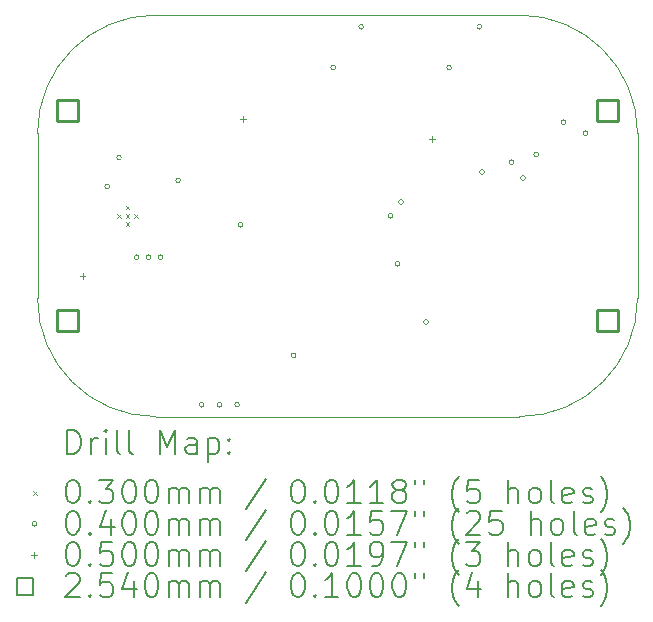
<source format=gbr>
%TF.GenerationSoftware,KiCad,Pcbnew,6.0.9*%
%TF.CreationDate,2022-11-20T22:10:25-05:00*%
%TF.ProjectId,biym-board,6269796d-2d62-46f6-9172-642e6b696361,1.2*%
%TF.SameCoordinates,Original*%
%TF.FileFunction,Drillmap*%
%TF.FilePolarity,Positive*%
%FSLAX45Y45*%
G04 Gerber Fmt 4.5, Leading zero omitted, Abs format (unit mm)*
G04 Created by KiCad (PCBNEW 6.0.9) date 2022-11-20 22:10:25*
%MOMM*%
%LPD*%
G01*
G04 APERTURE LIST*
%ADD10C,0.100000*%
%ADD11C,0.200000*%
%ADD12C,0.030000*%
%ADD13C,0.040000*%
%ADD14C,0.050000*%
%ADD15C,0.254000*%
G04 APERTURE END LIST*
D10*
X12460000Y-11700000D02*
X15540000Y-11700000D01*
X15540000Y-11700000D02*
G75*
G03*
X16540000Y-10700000I0J1000000D01*
G01*
X12460000Y-8300000D02*
X15540000Y-8300000D01*
X11460000Y-10700000D02*
G75*
G03*
X12460000Y-11700000I1000000J0D01*
G01*
X16540000Y-9300000D02*
X16540000Y-10700000D01*
X11460000Y-9300000D02*
X11460000Y-10700000D01*
X12460000Y-8300000D02*
G75*
G03*
X11460000Y-9300000I0J-1000000D01*
G01*
X16540000Y-9300000D02*
G75*
G03*
X15540000Y-8300000I-1000000J0D01*
G01*
D11*
D12*
X12137000Y-9985000D02*
X12167000Y-10015000D01*
X12167000Y-9985000D02*
X12137000Y-10015000D01*
X12207000Y-9915000D02*
X12237000Y-9945000D01*
X12237000Y-9915000D02*
X12207000Y-9945000D01*
X12207000Y-9985000D02*
X12237000Y-10015000D01*
X12237000Y-9985000D02*
X12207000Y-10015000D01*
X12207000Y-10055000D02*
X12237000Y-10085000D01*
X12237000Y-10055000D02*
X12207000Y-10085000D01*
X12277000Y-9985000D02*
X12307000Y-10015000D01*
X12307000Y-9985000D02*
X12277000Y-10015000D01*
D13*
X12070000Y-9750000D02*
G75*
G03*
X12070000Y-9750000I-20000J0D01*
G01*
X12170000Y-9507450D02*
G75*
G03*
X12170000Y-9507450I-20000J0D01*
G01*
X12320000Y-10350000D02*
G75*
G03*
X12320000Y-10350000I-20000J0D01*
G01*
X12420000Y-10350000D02*
G75*
G03*
X12420000Y-10350000I-20000J0D01*
G01*
X12520000Y-10350000D02*
G75*
G03*
X12520000Y-10350000I-20000J0D01*
G01*
X12670000Y-9700000D02*
G75*
G03*
X12670000Y-9700000I-20000J0D01*
G01*
X12870000Y-11600000D02*
G75*
G03*
X12870000Y-11600000I-20000J0D01*
G01*
X13020000Y-11600000D02*
G75*
G03*
X13020000Y-11600000I-20000J0D01*
G01*
X13170000Y-11600000D02*
G75*
G03*
X13170000Y-11600000I-20000J0D01*
G01*
X13197860Y-10077000D02*
G75*
G03*
X13197860Y-10077000I-20000J0D01*
G01*
X13647830Y-11181850D02*
G75*
G03*
X13647830Y-11181850I-20000J0D01*
G01*
X13983550Y-8745020D02*
G75*
G03*
X13983550Y-8745020I-20000J0D01*
G01*
X14220000Y-8400000D02*
G75*
G03*
X14220000Y-8400000I-20000J0D01*
G01*
X14470000Y-10000000D02*
G75*
G03*
X14470000Y-10000000I-20000J0D01*
G01*
X14528180Y-10407580D02*
G75*
G03*
X14528180Y-10407580I-20000J0D01*
G01*
X14557630Y-9883160D02*
G75*
G03*
X14557630Y-9883160I-20000J0D01*
G01*
X14770000Y-10900000D02*
G75*
G03*
X14770000Y-10900000I-20000J0D01*
G01*
X14964640Y-8745360D02*
G75*
G03*
X14964640Y-8745360I-20000J0D01*
G01*
X15220000Y-8400000D02*
G75*
G03*
X15220000Y-8400000I-20000J0D01*
G01*
X15244360Y-9628750D02*
G75*
G03*
X15244360Y-9628750I-20000J0D01*
G01*
X15493660Y-9545860D02*
G75*
G03*
X15493660Y-9545860I-20000J0D01*
G01*
X15589350Y-9680000D02*
G75*
G03*
X15589350Y-9680000I-20000J0D01*
G01*
X15702870Y-9482860D02*
G75*
G03*
X15702870Y-9482860I-20000J0D01*
G01*
X15933470Y-9208500D02*
G75*
G03*
X15933470Y-9208500I-20000J0D01*
G01*
X16120000Y-9300000D02*
G75*
G03*
X16120000Y-9300000I-20000J0D01*
G01*
D14*
X11841000Y-10483000D02*
X11841000Y-10533000D01*
X11816000Y-10508000D02*
X11866000Y-10508000D01*
X13200000Y-9157550D02*
X13200000Y-9207550D01*
X13175000Y-9182550D02*
X13225000Y-9182550D01*
X14800000Y-9325000D02*
X14800000Y-9375000D01*
X14775000Y-9350000D02*
X14825000Y-9350000D01*
D15*
X11803803Y-9200803D02*
X11803803Y-9021197D01*
X11624197Y-9021197D01*
X11624197Y-9200803D01*
X11803803Y-9200803D01*
X11803803Y-10978803D02*
X11803803Y-10799197D01*
X11624197Y-10799197D01*
X11624197Y-10978803D01*
X11803803Y-10978803D01*
X16375803Y-9200803D02*
X16375803Y-9021197D01*
X16196197Y-9021197D01*
X16196197Y-9200803D01*
X16375803Y-9200803D01*
X16375803Y-10978803D02*
X16375803Y-10799197D01*
X16196197Y-10799197D01*
X16196197Y-10978803D01*
X16375803Y-10978803D01*
D11*
X11712619Y-12015476D02*
X11712619Y-11815476D01*
X11760238Y-11815476D01*
X11788809Y-11825000D01*
X11807857Y-11844048D01*
X11817381Y-11863095D01*
X11826905Y-11901190D01*
X11826905Y-11929762D01*
X11817381Y-11967857D01*
X11807857Y-11986905D01*
X11788809Y-12005952D01*
X11760238Y-12015476D01*
X11712619Y-12015476D01*
X11912619Y-12015476D02*
X11912619Y-11882143D01*
X11912619Y-11920238D02*
X11922143Y-11901190D01*
X11931667Y-11891667D01*
X11950714Y-11882143D01*
X11969762Y-11882143D01*
X12036428Y-12015476D02*
X12036428Y-11882143D01*
X12036428Y-11815476D02*
X12026905Y-11825000D01*
X12036428Y-11834524D01*
X12045952Y-11825000D01*
X12036428Y-11815476D01*
X12036428Y-11834524D01*
X12160238Y-12015476D02*
X12141190Y-12005952D01*
X12131667Y-11986905D01*
X12131667Y-11815476D01*
X12265000Y-12015476D02*
X12245952Y-12005952D01*
X12236428Y-11986905D01*
X12236428Y-11815476D01*
X12493571Y-12015476D02*
X12493571Y-11815476D01*
X12560238Y-11958333D01*
X12626905Y-11815476D01*
X12626905Y-12015476D01*
X12807857Y-12015476D02*
X12807857Y-11910714D01*
X12798333Y-11891667D01*
X12779286Y-11882143D01*
X12741190Y-11882143D01*
X12722143Y-11891667D01*
X12807857Y-12005952D02*
X12788809Y-12015476D01*
X12741190Y-12015476D01*
X12722143Y-12005952D01*
X12712619Y-11986905D01*
X12712619Y-11967857D01*
X12722143Y-11948809D01*
X12741190Y-11939286D01*
X12788809Y-11939286D01*
X12807857Y-11929762D01*
X12903095Y-11882143D02*
X12903095Y-12082143D01*
X12903095Y-11891667D02*
X12922143Y-11882143D01*
X12960238Y-11882143D01*
X12979286Y-11891667D01*
X12988809Y-11901190D01*
X12998333Y-11920238D01*
X12998333Y-11977381D01*
X12988809Y-11996428D01*
X12979286Y-12005952D01*
X12960238Y-12015476D01*
X12922143Y-12015476D01*
X12903095Y-12005952D01*
X13084048Y-11996428D02*
X13093571Y-12005952D01*
X13084048Y-12015476D01*
X13074524Y-12005952D01*
X13084048Y-11996428D01*
X13084048Y-12015476D01*
X13084048Y-11891667D02*
X13093571Y-11901190D01*
X13084048Y-11910714D01*
X13074524Y-11901190D01*
X13084048Y-11891667D01*
X13084048Y-11910714D01*
D12*
X11425000Y-12330000D02*
X11455000Y-12360000D01*
X11455000Y-12330000D02*
X11425000Y-12360000D01*
D11*
X11750714Y-12235476D02*
X11769762Y-12235476D01*
X11788809Y-12245000D01*
X11798333Y-12254524D01*
X11807857Y-12273571D01*
X11817381Y-12311667D01*
X11817381Y-12359286D01*
X11807857Y-12397381D01*
X11798333Y-12416428D01*
X11788809Y-12425952D01*
X11769762Y-12435476D01*
X11750714Y-12435476D01*
X11731667Y-12425952D01*
X11722143Y-12416428D01*
X11712619Y-12397381D01*
X11703095Y-12359286D01*
X11703095Y-12311667D01*
X11712619Y-12273571D01*
X11722143Y-12254524D01*
X11731667Y-12245000D01*
X11750714Y-12235476D01*
X11903095Y-12416428D02*
X11912619Y-12425952D01*
X11903095Y-12435476D01*
X11893571Y-12425952D01*
X11903095Y-12416428D01*
X11903095Y-12435476D01*
X11979286Y-12235476D02*
X12103095Y-12235476D01*
X12036428Y-12311667D01*
X12065000Y-12311667D01*
X12084048Y-12321190D01*
X12093571Y-12330714D01*
X12103095Y-12349762D01*
X12103095Y-12397381D01*
X12093571Y-12416428D01*
X12084048Y-12425952D01*
X12065000Y-12435476D01*
X12007857Y-12435476D01*
X11988809Y-12425952D01*
X11979286Y-12416428D01*
X12226905Y-12235476D02*
X12245952Y-12235476D01*
X12265000Y-12245000D01*
X12274524Y-12254524D01*
X12284048Y-12273571D01*
X12293571Y-12311667D01*
X12293571Y-12359286D01*
X12284048Y-12397381D01*
X12274524Y-12416428D01*
X12265000Y-12425952D01*
X12245952Y-12435476D01*
X12226905Y-12435476D01*
X12207857Y-12425952D01*
X12198333Y-12416428D01*
X12188809Y-12397381D01*
X12179286Y-12359286D01*
X12179286Y-12311667D01*
X12188809Y-12273571D01*
X12198333Y-12254524D01*
X12207857Y-12245000D01*
X12226905Y-12235476D01*
X12417381Y-12235476D02*
X12436428Y-12235476D01*
X12455476Y-12245000D01*
X12465000Y-12254524D01*
X12474524Y-12273571D01*
X12484048Y-12311667D01*
X12484048Y-12359286D01*
X12474524Y-12397381D01*
X12465000Y-12416428D01*
X12455476Y-12425952D01*
X12436428Y-12435476D01*
X12417381Y-12435476D01*
X12398333Y-12425952D01*
X12388809Y-12416428D01*
X12379286Y-12397381D01*
X12369762Y-12359286D01*
X12369762Y-12311667D01*
X12379286Y-12273571D01*
X12388809Y-12254524D01*
X12398333Y-12245000D01*
X12417381Y-12235476D01*
X12569762Y-12435476D02*
X12569762Y-12302143D01*
X12569762Y-12321190D02*
X12579286Y-12311667D01*
X12598333Y-12302143D01*
X12626905Y-12302143D01*
X12645952Y-12311667D01*
X12655476Y-12330714D01*
X12655476Y-12435476D01*
X12655476Y-12330714D02*
X12665000Y-12311667D01*
X12684048Y-12302143D01*
X12712619Y-12302143D01*
X12731667Y-12311667D01*
X12741190Y-12330714D01*
X12741190Y-12435476D01*
X12836428Y-12435476D02*
X12836428Y-12302143D01*
X12836428Y-12321190D02*
X12845952Y-12311667D01*
X12865000Y-12302143D01*
X12893571Y-12302143D01*
X12912619Y-12311667D01*
X12922143Y-12330714D01*
X12922143Y-12435476D01*
X12922143Y-12330714D02*
X12931667Y-12311667D01*
X12950714Y-12302143D01*
X12979286Y-12302143D01*
X12998333Y-12311667D01*
X13007857Y-12330714D01*
X13007857Y-12435476D01*
X13398333Y-12225952D02*
X13226905Y-12483095D01*
X13655476Y-12235476D02*
X13674524Y-12235476D01*
X13693571Y-12245000D01*
X13703095Y-12254524D01*
X13712619Y-12273571D01*
X13722143Y-12311667D01*
X13722143Y-12359286D01*
X13712619Y-12397381D01*
X13703095Y-12416428D01*
X13693571Y-12425952D01*
X13674524Y-12435476D01*
X13655476Y-12435476D01*
X13636428Y-12425952D01*
X13626905Y-12416428D01*
X13617381Y-12397381D01*
X13607857Y-12359286D01*
X13607857Y-12311667D01*
X13617381Y-12273571D01*
X13626905Y-12254524D01*
X13636428Y-12245000D01*
X13655476Y-12235476D01*
X13807857Y-12416428D02*
X13817381Y-12425952D01*
X13807857Y-12435476D01*
X13798333Y-12425952D01*
X13807857Y-12416428D01*
X13807857Y-12435476D01*
X13941190Y-12235476D02*
X13960238Y-12235476D01*
X13979286Y-12245000D01*
X13988809Y-12254524D01*
X13998333Y-12273571D01*
X14007857Y-12311667D01*
X14007857Y-12359286D01*
X13998333Y-12397381D01*
X13988809Y-12416428D01*
X13979286Y-12425952D01*
X13960238Y-12435476D01*
X13941190Y-12435476D01*
X13922143Y-12425952D01*
X13912619Y-12416428D01*
X13903095Y-12397381D01*
X13893571Y-12359286D01*
X13893571Y-12311667D01*
X13903095Y-12273571D01*
X13912619Y-12254524D01*
X13922143Y-12245000D01*
X13941190Y-12235476D01*
X14198333Y-12435476D02*
X14084048Y-12435476D01*
X14141190Y-12435476D02*
X14141190Y-12235476D01*
X14122143Y-12264048D01*
X14103095Y-12283095D01*
X14084048Y-12292619D01*
X14388809Y-12435476D02*
X14274524Y-12435476D01*
X14331667Y-12435476D02*
X14331667Y-12235476D01*
X14312619Y-12264048D01*
X14293571Y-12283095D01*
X14274524Y-12292619D01*
X14503095Y-12321190D02*
X14484048Y-12311667D01*
X14474524Y-12302143D01*
X14465000Y-12283095D01*
X14465000Y-12273571D01*
X14474524Y-12254524D01*
X14484048Y-12245000D01*
X14503095Y-12235476D01*
X14541190Y-12235476D01*
X14560238Y-12245000D01*
X14569762Y-12254524D01*
X14579286Y-12273571D01*
X14579286Y-12283095D01*
X14569762Y-12302143D01*
X14560238Y-12311667D01*
X14541190Y-12321190D01*
X14503095Y-12321190D01*
X14484048Y-12330714D01*
X14474524Y-12340238D01*
X14465000Y-12359286D01*
X14465000Y-12397381D01*
X14474524Y-12416428D01*
X14484048Y-12425952D01*
X14503095Y-12435476D01*
X14541190Y-12435476D01*
X14560238Y-12425952D01*
X14569762Y-12416428D01*
X14579286Y-12397381D01*
X14579286Y-12359286D01*
X14569762Y-12340238D01*
X14560238Y-12330714D01*
X14541190Y-12321190D01*
X14655476Y-12235476D02*
X14655476Y-12273571D01*
X14731667Y-12235476D02*
X14731667Y-12273571D01*
X15026905Y-12511667D02*
X15017381Y-12502143D01*
X14998333Y-12473571D01*
X14988809Y-12454524D01*
X14979286Y-12425952D01*
X14969762Y-12378333D01*
X14969762Y-12340238D01*
X14979286Y-12292619D01*
X14988809Y-12264048D01*
X14998333Y-12245000D01*
X15017381Y-12216428D01*
X15026905Y-12206905D01*
X15198333Y-12235476D02*
X15103095Y-12235476D01*
X15093571Y-12330714D01*
X15103095Y-12321190D01*
X15122143Y-12311667D01*
X15169762Y-12311667D01*
X15188809Y-12321190D01*
X15198333Y-12330714D01*
X15207857Y-12349762D01*
X15207857Y-12397381D01*
X15198333Y-12416428D01*
X15188809Y-12425952D01*
X15169762Y-12435476D01*
X15122143Y-12435476D01*
X15103095Y-12425952D01*
X15093571Y-12416428D01*
X15445952Y-12435476D02*
X15445952Y-12235476D01*
X15531667Y-12435476D02*
X15531667Y-12330714D01*
X15522143Y-12311667D01*
X15503095Y-12302143D01*
X15474524Y-12302143D01*
X15455476Y-12311667D01*
X15445952Y-12321190D01*
X15655476Y-12435476D02*
X15636428Y-12425952D01*
X15626905Y-12416428D01*
X15617381Y-12397381D01*
X15617381Y-12340238D01*
X15626905Y-12321190D01*
X15636428Y-12311667D01*
X15655476Y-12302143D01*
X15684048Y-12302143D01*
X15703095Y-12311667D01*
X15712619Y-12321190D01*
X15722143Y-12340238D01*
X15722143Y-12397381D01*
X15712619Y-12416428D01*
X15703095Y-12425952D01*
X15684048Y-12435476D01*
X15655476Y-12435476D01*
X15836428Y-12435476D02*
X15817381Y-12425952D01*
X15807857Y-12406905D01*
X15807857Y-12235476D01*
X15988809Y-12425952D02*
X15969762Y-12435476D01*
X15931667Y-12435476D01*
X15912619Y-12425952D01*
X15903095Y-12406905D01*
X15903095Y-12330714D01*
X15912619Y-12311667D01*
X15931667Y-12302143D01*
X15969762Y-12302143D01*
X15988809Y-12311667D01*
X15998333Y-12330714D01*
X15998333Y-12349762D01*
X15903095Y-12368809D01*
X16074524Y-12425952D02*
X16093571Y-12435476D01*
X16131667Y-12435476D01*
X16150714Y-12425952D01*
X16160238Y-12406905D01*
X16160238Y-12397381D01*
X16150714Y-12378333D01*
X16131667Y-12368809D01*
X16103095Y-12368809D01*
X16084048Y-12359286D01*
X16074524Y-12340238D01*
X16074524Y-12330714D01*
X16084048Y-12311667D01*
X16103095Y-12302143D01*
X16131667Y-12302143D01*
X16150714Y-12311667D01*
X16226905Y-12511667D02*
X16236428Y-12502143D01*
X16255476Y-12473571D01*
X16265000Y-12454524D01*
X16274524Y-12425952D01*
X16284048Y-12378333D01*
X16284048Y-12340238D01*
X16274524Y-12292619D01*
X16265000Y-12264048D01*
X16255476Y-12245000D01*
X16236428Y-12216428D01*
X16226905Y-12206905D01*
D13*
X11455000Y-12609000D02*
G75*
G03*
X11455000Y-12609000I-20000J0D01*
G01*
D11*
X11750714Y-12499476D02*
X11769762Y-12499476D01*
X11788809Y-12509000D01*
X11798333Y-12518524D01*
X11807857Y-12537571D01*
X11817381Y-12575667D01*
X11817381Y-12623286D01*
X11807857Y-12661381D01*
X11798333Y-12680428D01*
X11788809Y-12689952D01*
X11769762Y-12699476D01*
X11750714Y-12699476D01*
X11731667Y-12689952D01*
X11722143Y-12680428D01*
X11712619Y-12661381D01*
X11703095Y-12623286D01*
X11703095Y-12575667D01*
X11712619Y-12537571D01*
X11722143Y-12518524D01*
X11731667Y-12509000D01*
X11750714Y-12499476D01*
X11903095Y-12680428D02*
X11912619Y-12689952D01*
X11903095Y-12699476D01*
X11893571Y-12689952D01*
X11903095Y-12680428D01*
X11903095Y-12699476D01*
X12084048Y-12566143D02*
X12084048Y-12699476D01*
X12036428Y-12489952D02*
X11988809Y-12632809D01*
X12112619Y-12632809D01*
X12226905Y-12499476D02*
X12245952Y-12499476D01*
X12265000Y-12509000D01*
X12274524Y-12518524D01*
X12284048Y-12537571D01*
X12293571Y-12575667D01*
X12293571Y-12623286D01*
X12284048Y-12661381D01*
X12274524Y-12680428D01*
X12265000Y-12689952D01*
X12245952Y-12699476D01*
X12226905Y-12699476D01*
X12207857Y-12689952D01*
X12198333Y-12680428D01*
X12188809Y-12661381D01*
X12179286Y-12623286D01*
X12179286Y-12575667D01*
X12188809Y-12537571D01*
X12198333Y-12518524D01*
X12207857Y-12509000D01*
X12226905Y-12499476D01*
X12417381Y-12499476D02*
X12436428Y-12499476D01*
X12455476Y-12509000D01*
X12465000Y-12518524D01*
X12474524Y-12537571D01*
X12484048Y-12575667D01*
X12484048Y-12623286D01*
X12474524Y-12661381D01*
X12465000Y-12680428D01*
X12455476Y-12689952D01*
X12436428Y-12699476D01*
X12417381Y-12699476D01*
X12398333Y-12689952D01*
X12388809Y-12680428D01*
X12379286Y-12661381D01*
X12369762Y-12623286D01*
X12369762Y-12575667D01*
X12379286Y-12537571D01*
X12388809Y-12518524D01*
X12398333Y-12509000D01*
X12417381Y-12499476D01*
X12569762Y-12699476D02*
X12569762Y-12566143D01*
X12569762Y-12585190D02*
X12579286Y-12575667D01*
X12598333Y-12566143D01*
X12626905Y-12566143D01*
X12645952Y-12575667D01*
X12655476Y-12594714D01*
X12655476Y-12699476D01*
X12655476Y-12594714D02*
X12665000Y-12575667D01*
X12684048Y-12566143D01*
X12712619Y-12566143D01*
X12731667Y-12575667D01*
X12741190Y-12594714D01*
X12741190Y-12699476D01*
X12836428Y-12699476D02*
X12836428Y-12566143D01*
X12836428Y-12585190D02*
X12845952Y-12575667D01*
X12865000Y-12566143D01*
X12893571Y-12566143D01*
X12912619Y-12575667D01*
X12922143Y-12594714D01*
X12922143Y-12699476D01*
X12922143Y-12594714D02*
X12931667Y-12575667D01*
X12950714Y-12566143D01*
X12979286Y-12566143D01*
X12998333Y-12575667D01*
X13007857Y-12594714D01*
X13007857Y-12699476D01*
X13398333Y-12489952D02*
X13226905Y-12747095D01*
X13655476Y-12499476D02*
X13674524Y-12499476D01*
X13693571Y-12509000D01*
X13703095Y-12518524D01*
X13712619Y-12537571D01*
X13722143Y-12575667D01*
X13722143Y-12623286D01*
X13712619Y-12661381D01*
X13703095Y-12680428D01*
X13693571Y-12689952D01*
X13674524Y-12699476D01*
X13655476Y-12699476D01*
X13636428Y-12689952D01*
X13626905Y-12680428D01*
X13617381Y-12661381D01*
X13607857Y-12623286D01*
X13607857Y-12575667D01*
X13617381Y-12537571D01*
X13626905Y-12518524D01*
X13636428Y-12509000D01*
X13655476Y-12499476D01*
X13807857Y-12680428D02*
X13817381Y-12689952D01*
X13807857Y-12699476D01*
X13798333Y-12689952D01*
X13807857Y-12680428D01*
X13807857Y-12699476D01*
X13941190Y-12499476D02*
X13960238Y-12499476D01*
X13979286Y-12509000D01*
X13988809Y-12518524D01*
X13998333Y-12537571D01*
X14007857Y-12575667D01*
X14007857Y-12623286D01*
X13998333Y-12661381D01*
X13988809Y-12680428D01*
X13979286Y-12689952D01*
X13960238Y-12699476D01*
X13941190Y-12699476D01*
X13922143Y-12689952D01*
X13912619Y-12680428D01*
X13903095Y-12661381D01*
X13893571Y-12623286D01*
X13893571Y-12575667D01*
X13903095Y-12537571D01*
X13912619Y-12518524D01*
X13922143Y-12509000D01*
X13941190Y-12499476D01*
X14198333Y-12699476D02*
X14084048Y-12699476D01*
X14141190Y-12699476D02*
X14141190Y-12499476D01*
X14122143Y-12528048D01*
X14103095Y-12547095D01*
X14084048Y-12556619D01*
X14379286Y-12499476D02*
X14284048Y-12499476D01*
X14274524Y-12594714D01*
X14284048Y-12585190D01*
X14303095Y-12575667D01*
X14350714Y-12575667D01*
X14369762Y-12585190D01*
X14379286Y-12594714D01*
X14388809Y-12613762D01*
X14388809Y-12661381D01*
X14379286Y-12680428D01*
X14369762Y-12689952D01*
X14350714Y-12699476D01*
X14303095Y-12699476D01*
X14284048Y-12689952D01*
X14274524Y-12680428D01*
X14455476Y-12499476D02*
X14588809Y-12499476D01*
X14503095Y-12699476D01*
X14655476Y-12499476D02*
X14655476Y-12537571D01*
X14731667Y-12499476D02*
X14731667Y-12537571D01*
X15026905Y-12775667D02*
X15017381Y-12766143D01*
X14998333Y-12737571D01*
X14988809Y-12718524D01*
X14979286Y-12689952D01*
X14969762Y-12642333D01*
X14969762Y-12604238D01*
X14979286Y-12556619D01*
X14988809Y-12528048D01*
X14998333Y-12509000D01*
X15017381Y-12480428D01*
X15026905Y-12470905D01*
X15093571Y-12518524D02*
X15103095Y-12509000D01*
X15122143Y-12499476D01*
X15169762Y-12499476D01*
X15188809Y-12509000D01*
X15198333Y-12518524D01*
X15207857Y-12537571D01*
X15207857Y-12556619D01*
X15198333Y-12585190D01*
X15084048Y-12699476D01*
X15207857Y-12699476D01*
X15388809Y-12499476D02*
X15293571Y-12499476D01*
X15284048Y-12594714D01*
X15293571Y-12585190D01*
X15312619Y-12575667D01*
X15360238Y-12575667D01*
X15379286Y-12585190D01*
X15388809Y-12594714D01*
X15398333Y-12613762D01*
X15398333Y-12661381D01*
X15388809Y-12680428D01*
X15379286Y-12689952D01*
X15360238Y-12699476D01*
X15312619Y-12699476D01*
X15293571Y-12689952D01*
X15284048Y-12680428D01*
X15636428Y-12699476D02*
X15636428Y-12499476D01*
X15722143Y-12699476D02*
X15722143Y-12594714D01*
X15712619Y-12575667D01*
X15693571Y-12566143D01*
X15665000Y-12566143D01*
X15645952Y-12575667D01*
X15636428Y-12585190D01*
X15845952Y-12699476D02*
X15826905Y-12689952D01*
X15817381Y-12680428D01*
X15807857Y-12661381D01*
X15807857Y-12604238D01*
X15817381Y-12585190D01*
X15826905Y-12575667D01*
X15845952Y-12566143D01*
X15874524Y-12566143D01*
X15893571Y-12575667D01*
X15903095Y-12585190D01*
X15912619Y-12604238D01*
X15912619Y-12661381D01*
X15903095Y-12680428D01*
X15893571Y-12689952D01*
X15874524Y-12699476D01*
X15845952Y-12699476D01*
X16026905Y-12699476D02*
X16007857Y-12689952D01*
X15998333Y-12670905D01*
X15998333Y-12499476D01*
X16179286Y-12689952D02*
X16160238Y-12699476D01*
X16122143Y-12699476D01*
X16103095Y-12689952D01*
X16093571Y-12670905D01*
X16093571Y-12594714D01*
X16103095Y-12575667D01*
X16122143Y-12566143D01*
X16160238Y-12566143D01*
X16179286Y-12575667D01*
X16188809Y-12594714D01*
X16188809Y-12613762D01*
X16093571Y-12632809D01*
X16265000Y-12689952D02*
X16284048Y-12699476D01*
X16322143Y-12699476D01*
X16341190Y-12689952D01*
X16350714Y-12670905D01*
X16350714Y-12661381D01*
X16341190Y-12642333D01*
X16322143Y-12632809D01*
X16293571Y-12632809D01*
X16274524Y-12623286D01*
X16265000Y-12604238D01*
X16265000Y-12594714D01*
X16274524Y-12575667D01*
X16293571Y-12566143D01*
X16322143Y-12566143D01*
X16341190Y-12575667D01*
X16417381Y-12775667D02*
X16426905Y-12766143D01*
X16445952Y-12737571D01*
X16455476Y-12718524D01*
X16465000Y-12689952D01*
X16474524Y-12642333D01*
X16474524Y-12604238D01*
X16465000Y-12556619D01*
X16455476Y-12528048D01*
X16445952Y-12509000D01*
X16426905Y-12480428D01*
X16417381Y-12470905D01*
D14*
X11430000Y-12848000D02*
X11430000Y-12898000D01*
X11405000Y-12873000D02*
X11455000Y-12873000D01*
D11*
X11750714Y-12763476D02*
X11769762Y-12763476D01*
X11788809Y-12773000D01*
X11798333Y-12782524D01*
X11807857Y-12801571D01*
X11817381Y-12839667D01*
X11817381Y-12887286D01*
X11807857Y-12925381D01*
X11798333Y-12944428D01*
X11788809Y-12953952D01*
X11769762Y-12963476D01*
X11750714Y-12963476D01*
X11731667Y-12953952D01*
X11722143Y-12944428D01*
X11712619Y-12925381D01*
X11703095Y-12887286D01*
X11703095Y-12839667D01*
X11712619Y-12801571D01*
X11722143Y-12782524D01*
X11731667Y-12773000D01*
X11750714Y-12763476D01*
X11903095Y-12944428D02*
X11912619Y-12953952D01*
X11903095Y-12963476D01*
X11893571Y-12953952D01*
X11903095Y-12944428D01*
X11903095Y-12963476D01*
X12093571Y-12763476D02*
X11998333Y-12763476D01*
X11988809Y-12858714D01*
X11998333Y-12849190D01*
X12017381Y-12839667D01*
X12065000Y-12839667D01*
X12084048Y-12849190D01*
X12093571Y-12858714D01*
X12103095Y-12877762D01*
X12103095Y-12925381D01*
X12093571Y-12944428D01*
X12084048Y-12953952D01*
X12065000Y-12963476D01*
X12017381Y-12963476D01*
X11998333Y-12953952D01*
X11988809Y-12944428D01*
X12226905Y-12763476D02*
X12245952Y-12763476D01*
X12265000Y-12773000D01*
X12274524Y-12782524D01*
X12284048Y-12801571D01*
X12293571Y-12839667D01*
X12293571Y-12887286D01*
X12284048Y-12925381D01*
X12274524Y-12944428D01*
X12265000Y-12953952D01*
X12245952Y-12963476D01*
X12226905Y-12963476D01*
X12207857Y-12953952D01*
X12198333Y-12944428D01*
X12188809Y-12925381D01*
X12179286Y-12887286D01*
X12179286Y-12839667D01*
X12188809Y-12801571D01*
X12198333Y-12782524D01*
X12207857Y-12773000D01*
X12226905Y-12763476D01*
X12417381Y-12763476D02*
X12436428Y-12763476D01*
X12455476Y-12773000D01*
X12465000Y-12782524D01*
X12474524Y-12801571D01*
X12484048Y-12839667D01*
X12484048Y-12887286D01*
X12474524Y-12925381D01*
X12465000Y-12944428D01*
X12455476Y-12953952D01*
X12436428Y-12963476D01*
X12417381Y-12963476D01*
X12398333Y-12953952D01*
X12388809Y-12944428D01*
X12379286Y-12925381D01*
X12369762Y-12887286D01*
X12369762Y-12839667D01*
X12379286Y-12801571D01*
X12388809Y-12782524D01*
X12398333Y-12773000D01*
X12417381Y-12763476D01*
X12569762Y-12963476D02*
X12569762Y-12830143D01*
X12569762Y-12849190D02*
X12579286Y-12839667D01*
X12598333Y-12830143D01*
X12626905Y-12830143D01*
X12645952Y-12839667D01*
X12655476Y-12858714D01*
X12655476Y-12963476D01*
X12655476Y-12858714D02*
X12665000Y-12839667D01*
X12684048Y-12830143D01*
X12712619Y-12830143D01*
X12731667Y-12839667D01*
X12741190Y-12858714D01*
X12741190Y-12963476D01*
X12836428Y-12963476D02*
X12836428Y-12830143D01*
X12836428Y-12849190D02*
X12845952Y-12839667D01*
X12865000Y-12830143D01*
X12893571Y-12830143D01*
X12912619Y-12839667D01*
X12922143Y-12858714D01*
X12922143Y-12963476D01*
X12922143Y-12858714D02*
X12931667Y-12839667D01*
X12950714Y-12830143D01*
X12979286Y-12830143D01*
X12998333Y-12839667D01*
X13007857Y-12858714D01*
X13007857Y-12963476D01*
X13398333Y-12753952D02*
X13226905Y-13011095D01*
X13655476Y-12763476D02*
X13674524Y-12763476D01*
X13693571Y-12773000D01*
X13703095Y-12782524D01*
X13712619Y-12801571D01*
X13722143Y-12839667D01*
X13722143Y-12887286D01*
X13712619Y-12925381D01*
X13703095Y-12944428D01*
X13693571Y-12953952D01*
X13674524Y-12963476D01*
X13655476Y-12963476D01*
X13636428Y-12953952D01*
X13626905Y-12944428D01*
X13617381Y-12925381D01*
X13607857Y-12887286D01*
X13607857Y-12839667D01*
X13617381Y-12801571D01*
X13626905Y-12782524D01*
X13636428Y-12773000D01*
X13655476Y-12763476D01*
X13807857Y-12944428D02*
X13817381Y-12953952D01*
X13807857Y-12963476D01*
X13798333Y-12953952D01*
X13807857Y-12944428D01*
X13807857Y-12963476D01*
X13941190Y-12763476D02*
X13960238Y-12763476D01*
X13979286Y-12773000D01*
X13988809Y-12782524D01*
X13998333Y-12801571D01*
X14007857Y-12839667D01*
X14007857Y-12887286D01*
X13998333Y-12925381D01*
X13988809Y-12944428D01*
X13979286Y-12953952D01*
X13960238Y-12963476D01*
X13941190Y-12963476D01*
X13922143Y-12953952D01*
X13912619Y-12944428D01*
X13903095Y-12925381D01*
X13893571Y-12887286D01*
X13893571Y-12839667D01*
X13903095Y-12801571D01*
X13912619Y-12782524D01*
X13922143Y-12773000D01*
X13941190Y-12763476D01*
X14198333Y-12963476D02*
X14084048Y-12963476D01*
X14141190Y-12963476D02*
X14141190Y-12763476D01*
X14122143Y-12792048D01*
X14103095Y-12811095D01*
X14084048Y-12820619D01*
X14293571Y-12963476D02*
X14331667Y-12963476D01*
X14350714Y-12953952D01*
X14360238Y-12944428D01*
X14379286Y-12915857D01*
X14388809Y-12877762D01*
X14388809Y-12801571D01*
X14379286Y-12782524D01*
X14369762Y-12773000D01*
X14350714Y-12763476D01*
X14312619Y-12763476D01*
X14293571Y-12773000D01*
X14284048Y-12782524D01*
X14274524Y-12801571D01*
X14274524Y-12849190D01*
X14284048Y-12868238D01*
X14293571Y-12877762D01*
X14312619Y-12887286D01*
X14350714Y-12887286D01*
X14369762Y-12877762D01*
X14379286Y-12868238D01*
X14388809Y-12849190D01*
X14455476Y-12763476D02*
X14588809Y-12763476D01*
X14503095Y-12963476D01*
X14655476Y-12763476D02*
X14655476Y-12801571D01*
X14731667Y-12763476D02*
X14731667Y-12801571D01*
X15026905Y-13039667D02*
X15017381Y-13030143D01*
X14998333Y-13001571D01*
X14988809Y-12982524D01*
X14979286Y-12953952D01*
X14969762Y-12906333D01*
X14969762Y-12868238D01*
X14979286Y-12820619D01*
X14988809Y-12792048D01*
X14998333Y-12773000D01*
X15017381Y-12744428D01*
X15026905Y-12734905D01*
X15084048Y-12763476D02*
X15207857Y-12763476D01*
X15141190Y-12839667D01*
X15169762Y-12839667D01*
X15188809Y-12849190D01*
X15198333Y-12858714D01*
X15207857Y-12877762D01*
X15207857Y-12925381D01*
X15198333Y-12944428D01*
X15188809Y-12953952D01*
X15169762Y-12963476D01*
X15112619Y-12963476D01*
X15093571Y-12953952D01*
X15084048Y-12944428D01*
X15445952Y-12963476D02*
X15445952Y-12763476D01*
X15531667Y-12963476D02*
X15531667Y-12858714D01*
X15522143Y-12839667D01*
X15503095Y-12830143D01*
X15474524Y-12830143D01*
X15455476Y-12839667D01*
X15445952Y-12849190D01*
X15655476Y-12963476D02*
X15636428Y-12953952D01*
X15626905Y-12944428D01*
X15617381Y-12925381D01*
X15617381Y-12868238D01*
X15626905Y-12849190D01*
X15636428Y-12839667D01*
X15655476Y-12830143D01*
X15684048Y-12830143D01*
X15703095Y-12839667D01*
X15712619Y-12849190D01*
X15722143Y-12868238D01*
X15722143Y-12925381D01*
X15712619Y-12944428D01*
X15703095Y-12953952D01*
X15684048Y-12963476D01*
X15655476Y-12963476D01*
X15836428Y-12963476D02*
X15817381Y-12953952D01*
X15807857Y-12934905D01*
X15807857Y-12763476D01*
X15988809Y-12953952D02*
X15969762Y-12963476D01*
X15931667Y-12963476D01*
X15912619Y-12953952D01*
X15903095Y-12934905D01*
X15903095Y-12858714D01*
X15912619Y-12839667D01*
X15931667Y-12830143D01*
X15969762Y-12830143D01*
X15988809Y-12839667D01*
X15998333Y-12858714D01*
X15998333Y-12877762D01*
X15903095Y-12896809D01*
X16074524Y-12953952D02*
X16093571Y-12963476D01*
X16131667Y-12963476D01*
X16150714Y-12953952D01*
X16160238Y-12934905D01*
X16160238Y-12925381D01*
X16150714Y-12906333D01*
X16131667Y-12896809D01*
X16103095Y-12896809D01*
X16084048Y-12887286D01*
X16074524Y-12868238D01*
X16074524Y-12858714D01*
X16084048Y-12839667D01*
X16103095Y-12830143D01*
X16131667Y-12830143D01*
X16150714Y-12839667D01*
X16226905Y-13039667D02*
X16236428Y-13030143D01*
X16255476Y-13001571D01*
X16265000Y-12982524D01*
X16274524Y-12953952D01*
X16284048Y-12906333D01*
X16284048Y-12868238D01*
X16274524Y-12820619D01*
X16265000Y-12792048D01*
X16255476Y-12773000D01*
X16236428Y-12744428D01*
X16226905Y-12734905D01*
X11425711Y-13207711D02*
X11425711Y-13066289D01*
X11284289Y-13066289D01*
X11284289Y-13207711D01*
X11425711Y-13207711D01*
X11703095Y-13046524D02*
X11712619Y-13037000D01*
X11731667Y-13027476D01*
X11779286Y-13027476D01*
X11798333Y-13037000D01*
X11807857Y-13046524D01*
X11817381Y-13065571D01*
X11817381Y-13084619D01*
X11807857Y-13113190D01*
X11693571Y-13227476D01*
X11817381Y-13227476D01*
X11903095Y-13208428D02*
X11912619Y-13217952D01*
X11903095Y-13227476D01*
X11893571Y-13217952D01*
X11903095Y-13208428D01*
X11903095Y-13227476D01*
X12093571Y-13027476D02*
X11998333Y-13027476D01*
X11988809Y-13122714D01*
X11998333Y-13113190D01*
X12017381Y-13103667D01*
X12065000Y-13103667D01*
X12084048Y-13113190D01*
X12093571Y-13122714D01*
X12103095Y-13141762D01*
X12103095Y-13189381D01*
X12093571Y-13208428D01*
X12084048Y-13217952D01*
X12065000Y-13227476D01*
X12017381Y-13227476D01*
X11998333Y-13217952D01*
X11988809Y-13208428D01*
X12274524Y-13094143D02*
X12274524Y-13227476D01*
X12226905Y-13017952D02*
X12179286Y-13160809D01*
X12303095Y-13160809D01*
X12417381Y-13027476D02*
X12436428Y-13027476D01*
X12455476Y-13037000D01*
X12465000Y-13046524D01*
X12474524Y-13065571D01*
X12484048Y-13103667D01*
X12484048Y-13151286D01*
X12474524Y-13189381D01*
X12465000Y-13208428D01*
X12455476Y-13217952D01*
X12436428Y-13227476D01*
X12417381Y-13227476D01*
X12398333Y-13217952D01*
X12388809Y-13208428D01*
X12379286Y-13189381D01*
X12369762Y-13151286D01*
X12369762Y-13103667D01*
X12379286Y-13065571D01*
X12388809Y-13046524D01*
X12398333Y-13037000D01*
X12417381Y-13027476D01*
X12569762Y-13227476D02*
X12569762Y-13094143D01*
X12569762Y-13113190D02*
X12579286Y-13103667D01*
X12598333Y-13094143D01*
X12626905Y-13094143D01*
X12645952Y-13103667D01*
X12655476Y-13122714D01*
X12655476Y-13227476D01*
X12655476Y-13122714D02*
X12665000Y-13103667D01*
X12684048Y-13094143D01*
X12712619Y-13094143D01*
X12731667Y-13103667D01*
X12741190Y-13122714D01*
X12741190Y-13227476D01*
X12836428Y-13227476D02*
X12836428Y-13094143D01*
X12836428Y-13113190D02*
X12845952Y-13103667D01*
X12865000Y-13094143D01*
X12893571Y-13094143D01*
X12912619Y-13103667D01*
X12922143Y-13122714D01*
X12922143Y-13227476D01*
X12922143Y-13122714D02*
X12931667Y-13103667D01*
X12950714Y-13094143D01*
X12979286Y-13094143D01*
X12998333Y-13103667D01*
X13007857Y-13122714D01*
X13007857Y-13227476D01*
X13398333Y-13017952D02*
X13226905Y-13275095D01*
X13655476Y-13027476D02*
X13674524Y-13027476D01*
X13693571Y-13037000D01*
X13703095Y-13046524D01*
X13712619Y-13065571D01*
X13722143Y-13103667D01*
X13722143Y-13151286D01*
X13712619Y-13189381D01*
X13703095Y-13208428D01*
X13693571Y-13217952D01*
X13674524Y-13227476D01*
X13655476Y-13227476D01*
X13636428Y-13217952D01*
X13626905Y-13208428D01*
X13617381Y-13189381D01*
X13607857Y-13151286D01*
X13607857Y-13103667D01*
X13617381Y-13065571D01*
X13626905Y-13046524D01*
X13636428Y-13037000D01*
X13655476Y-13027476D01*
X13807857Y-13208428D02*
X13817381Y-13217952D01*
X13807857Y-13227476D01*
X13798333Y-13217952D01*
X13807857Y-13208428D01*
X13807857Y-13227476D01*
X14007857Y-13227476D02*
X13893571Y-13227476D01*
X13950714Y-13227476D02*
X13950714Y-13027476D01*
X13931667Y-13056048D01*
X13912619Y-13075095D01*
X13893571Y-13084619D01*
X14131667Y-13027476D02*
X14150714Y-13027476D01*
X14169762Y-13037000D01*
X14179286Y-13046524D01*
X14188809Y-13065571D01*
X14198333Y-13103667D01*
X14198333Y-13151286D01*
X14188809Y-13189381D01*
X14179286Y-13208428D01*
X14169762Y-13217952D01*
X14150714Y-13227476D01*
X14131667Y-13227476D01*
X14112619Y-13217952D01*
X14103095Y-13208428D01*
X14093571Y-13189381D01*
X14084048Y-13151286D01*
X14084048Y-13103667D01*
X14093571Y-13065571D01*
X14103095Y-13046524D01*
X14112619Y-13037000D01*
X14131667Y-13027476D01*
X14322143Y-13027476D02*
X14341190Y-13027476D01*
X14360238Y-13037000D01*
X14369762Y-13046524D01*
X14379286Y-13065571D01*
X14388809Y-13103667D01*
X14388809Y-13151286D01*
X14379286Y-13189381D01*
X14369762Y-13208428D01*
X14360238Y-13217952D01*
X14341190Y-13227476D01*
X14322143Y-13227476D01*
X14303095Y-13217952D01*
X14293571Y-13208428D01*
X14284048Y-13189381D01*
X14274524Y-13151286D01*
X14274524Y-13103667D01*
X14284048Y-13065571D01*
X14293571Y-13046524D01*
X14303095Y-13037000D01*
X14322143Y-13027476D01*
X14512619Y-13027476D02*
X14531667Y-13027476D01*
X14550714Y-13037000D01*
X14560238Y-13046524D01*
X14569762Y-13065571D01*
X14579286Y-13103667D01*
X14579286Y-13151286D01*
X14569762Y-13189381D01*
X14560238Y-13208428D01*
X14550714Y-13217952D01*
X14531667Y-13227476D01*
X14512619Y-13227476D01*
X14493571Y-13217952D01*
X14484048Y-13208428D01*
X14474524Y-13189381D01*
X14465000Y-13151286D01*
X14465000Y-13103667D01*
X14474524Y-13065571D01*
X14484048Y-13046524D01*
X14493571Y-13037000D01*
X14512619Y-13027476D01*
X14655476Y-13027476D02*
X14655476Y-13065571D01*
X14731667Y-13027476D02*
X14731667Y-13065571D01*
X15026905Y-13303667D02*
X15017381Y-13294143D01*
X14998333Y-13265571D01*
X14988809Y-13246524D01*
X14979286Y-13217952D01*
X14969762Y-13170333D01*
X14969762Y-13132238D01*
X14979286Y-13084619D01*
X14988809Y-13056048D01*
X14998333Y-13037000D01*
X15017381Y-13008428D01*
X15026905Y-12998905D01*
X15188809Y-13094143D02*
X15188809Y-13227476D01*
X15141190Y-13017952D02*
X15093571Y-13160809D01*
X15217381Y-13160809D01*
X15445952Y-13227476D02*
X15445952Y-13027476D01*
X15531667Y-13227476D02*
X15531667Y-13122714D01*
X15522143Y-13103667D01*
X15503095Y-13094143D01*
X15474524Y-13094143D01*
X15455476Y-13103667D01*
X15445952Y-13113190D01*
X15655476Y-13227476D02*
X15636428Y-13217952D01*
X15626905Y-13208428D01*
X15617381Y-13189381D01*
X15617381Y-13132238D01*
X15626905Y-13113190D01*
X15636428Y-13103667D01*
X15655476Y-13094143D01*
X15684048Y-13094143D01*
X15703095Y-13103667D01*
X15712619Y-13113190D01*
X15722143Y-13132238D01*
X15722143Y-13189381D01*
X15712619Y-13208428D01*
X15703095Y-13217952D01*
X15684048Y-13227476D01*
X15655476Y-13227476D01*
X15836428Y-13227476D02*
X15817381Y-13217952D01*
X15807857Y-13198905D01*
X15807857Y-13027476D01*
X15988809Y-13217952D02*
X15969762Y-13227476D01*
X15931667Y-13227476D01*
X15912619Y-13217952D01*
X15903095Y-13198905D01*
X15903095Y-13122714D01*
X15912619Y-13103667D01*
X15931667Y-13094143D01*
X15969762Y-13094143D01*
X15988809Y-13103667D01*
X15998333Y-13122714D01*
X15998333Y-13141762D01*
X15903095Y-13160809D01*
X16074524Y-13217952D02*
X16093571Y-13227476D01*
X16131667Y-13227476D01*
X16150714Y-13217952D01*
X16160238Y-13198905D01*
X16160238Y-13189381D01*
X16150714Y-13170333D01*
X16131667Y-13160809D01*
X16103095Y-13160809D01*
X16084048Y-13151286D01*
X16074524Y-13132238D01*
X16074524Y-13122714D01*
X16084048Y-13103667D01*
X16103095Y-13094143D01*
X16131667Y-13094143D01*
X16150714Y-13103667D01*
X16226905Y-13303667D02*
X16236428Y-13294143D01*
X16255476Y-13265571D01*
X16265000Y-13246524D01*
X16274524Y-13217952D01*
X16284048Y-13170333D01*
X16284048Y-13132238D01*
X16274524Y-13084619D01*
X16265000Y-13056048D01*
X16255476Y-13037000D01*
X16236428Y-13008428D01*
X16226905Y-12998905D01*
M02*

</source>
